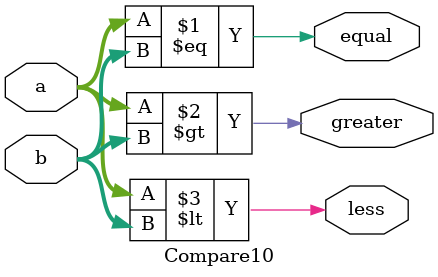
<source format=v>
`timescale 1ns / 1ps

module Compare10(
    input [9:0] a,
    input [9:0] b,
    output equal,
    output greater,
    output less
    );

	assign equal = a == b;
	assign greater = a > b;
	assign less = a < b;
	
endmodule

</source>
